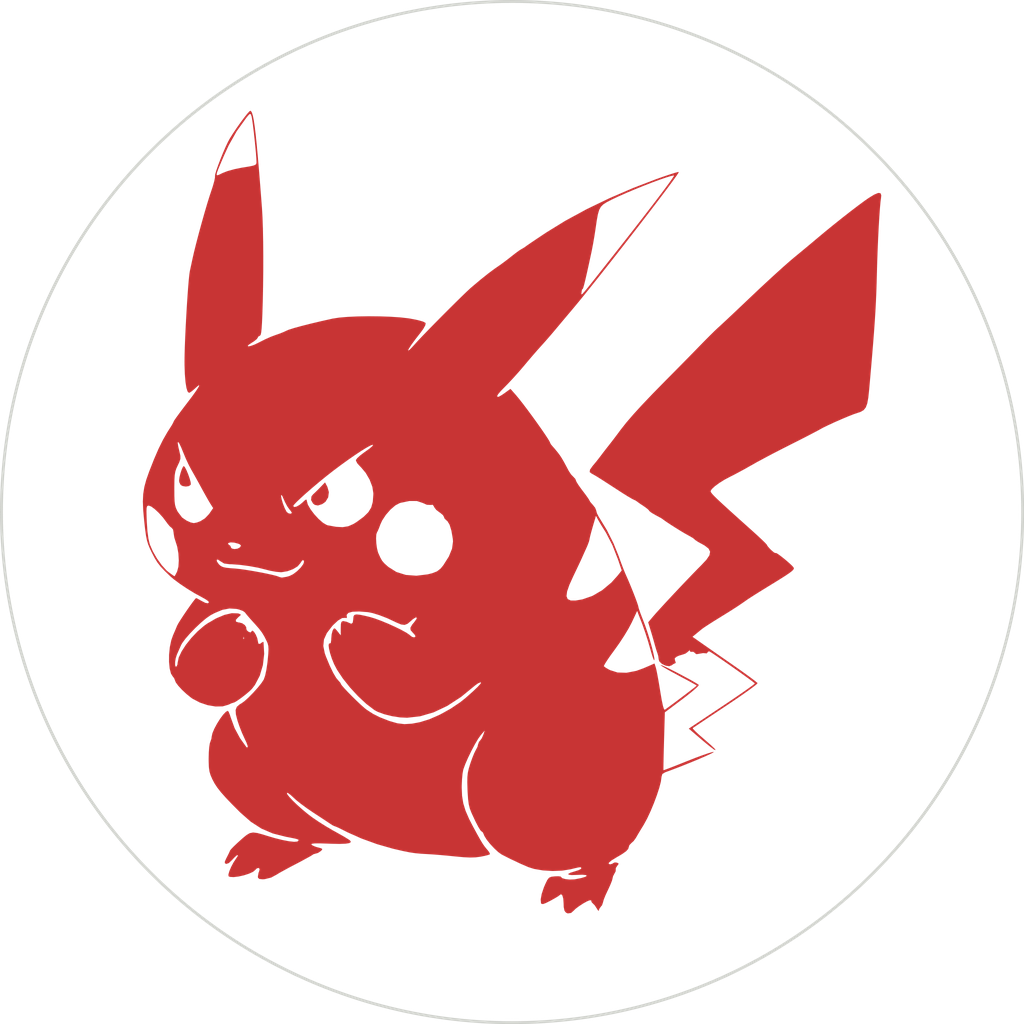
<source format=kicad_pcb>
(kicad_pcb (version 20211014) (generator pcbnew)
  (layers (0 "F.Cu" signal) (31 "B.Cu" signal) (34 "B.Paste" user) (35 "F.Paste" user) (36 "B.SilkS" user "B.Silkscreen") (37 "F.SilkS" user "F.Silkscreen") (38 "B.Mask" user) (39 "F.Mask" user) (44 "Edge.Cuts" user))
  (net 0 "")
  (footprint "logos:pikachu_inverted" (layer "F.Cu") (at 137.678019 96.578994)
    (fp_text reference "G***" hide)
    (fp_text value "LOGO" hide)
    (fp_poly (pts (xy -9.282372 -1.607833) (xy -9.22816 -1.50411) (xy -9.170126 -1.365038) (xy -9.11874 -1.218231) (xy -9.084473 -1.091303) (xy -9.077796 -1.011868) (xy -9.079141 -1.007355) (xy -9.141712 -0.957396) (xy -9.250817 -0.940671) (xy -9.364639 -0.958622) (xy -9.427579 -0.995342) (xy -9.474677 -1.087226) (xy -9.483206 -1.14793) (xy -9.469512 -1.259677) (xy -9.436295 -1.396002) (xy -9.393367 -1.526372) (xy -9.350542 -1.620254) (xy -9.32229 -1.648595)) (layer "F.Cu") (width 0) (fill solid))
    (fp_poly (pts (xy -6.989222 -13.901182) (xy -6.959453 -13.838908) (xy -6.930104 -13.734365) (xy -6.900513 -13.581984) (xy -6.87002 -13.376194) (xy -6.837964 -13.111428) (xy -6.803685 -12.782114) (xy -6.766523 -12.382685) (xy -6.725816 -11.907571) (xy -6.680905 -11.351202) (xy -6.631127 -10.70801) (xy -6.618398 -10.540296) (xy -6.600496 -10.22949) (xy -6.587194 -9.84194) (xy -6.578553 -9.39469) (xy -6.574633 -8.904786) (xy -6.575497 -8.389273) (xy -6.581206 -7.865197) (xy -6.59182 -7.349604) (xy -6.605378 -6.913401) (xy -6.617923 -6.61731) (xy -6.63135 -6.404103) (xy -6.646983 -6.262764) (xy -6.666148 -6.182277) (xy -6.690169 -6.151628) (xy -6.697121 -6.150462) (xy -6.755272 -6.11608) (xy -6.761175 -6.091774) (xy -6.798886 -6.035866) (xy -6.894445 -5.959396) (xy -6.960713 -5.917641) (xy -7.0754 -5.84227) (xy -7.113294 -5.797738) (xy -7.086082 -5.783449) (xy -7.005454 -5.79881) (xy -6.883097 -5.843225) (xy -6.730702 -5.916099) (xy -6.703648 -5.930725) (xy -6.507411 -6.029547) (xy -6.297509 -6.121417) (xy -6.150462 -6.175831) (xy -5.990326 -6.231857) (xy -5.855277 -6.287027) (xy -5.798336 -6.315735) (xy -5.697126 -6.358625) (xy -5.513609 -6.416693) (xy -5.257676 -6.487329) (xy -4.939222 -6.567921) (xy -4.568137 -6.655859) (xy -4.178558 -6.743239) (xy -3.95556 -6.777814) (xy -3.660392 -6.802884) (xy -3.314302 -6.818455) (xy -2.938537 -6.824532) (xy -2.554344 -6.821118) (xy -2.182973 -6.808221) (xy -1.845669 -6.785843) (xy -1.563681 -6.75399) (xy -1.49321 -6.742617) (xy -1.230005 -6.690299) (xy -1.057557 -6.642014) (xy -0.972851 -6.596858) (xy -0.964109 -6.583811) (xy -0.97802 -6.509454) (xy -1.046235 -6.386889) (xy -1.137627 -6.261235) (xy -1.328077 -6.016287) (xy -1.465466 -5.828229) (xy -1.546867 -5.701314) (xy -1.569354 -5.639797) (xy -1.56751 -5.636518) (xy -1.529256 -5.658861) (xy -1.447929 -5.73733) (xy -1.340235 -5.855636) (xy -1.326773 -5.871225) (xy -1.226257 -5.982241) (xy -1.071923 -6.145241) (xy -0.876461 -6.347466) (xy -0.652563 -6.576156) (xy -0.412919 -6.818552) (xy -0.17022 -7.061895) (xy 0.062843 -7.293426) (xy 0.273578 -7.500384) (xy 0.371644 -7.595051) (xy 4.415914 -7.595051) (xy 4.420251 -7.579225) (xy 4.437174 -7.584349) (xy 4.472162 -7.616698) (xy 4.530692 -7.68255) (xy 4.618242 -7.78818) (xy 4.74029 -7.939866) (xy 4.902314 -8.143884) (xy 5.10979 -8.406511) (xy 5.368198 -8.734022) (xy 5.478338 -8.873567) (xy 5.869988 -9.371023) (xy 6.230449 -9.831586) (xy 6.556554 -10.251085) (xy 6.845137 -10.62535) (xy 7.093029 -10.950212) (xy 7.297064 -11.221501) (xy 7.454074 -11.435047) (xy 7.560892 -11.586681) (xy 7.61435 -11.672233) (xy 7.618137 -11.690573) (xy 7.520318 -11.672451) (xy 7.352059 -11.622062) (xy 7.128686 -11.545369) (xy 6.865522 -11.448338) (xy 6.577893 -11.336931) (xy 6.281124 -11.217113) (xy 5.990539 -11.094847) (xy 5.721463 -10.976099) (xy 5.489222 -10.866832) (xy 5.444804 -10.844764) (xy 5.288471 -10.763611) (xy 5.173478 -10.690046) (xy 5.090921 -10.60745) (xy 5.031896 -10.499202) (xy 4.987497 -10.34868) (xy 4.94882 -10.139265) (xy 4.906961 -9.854337) (xy 4.904375 -9.836044) (xy 4.866301 -9.588975) (xy 4.820453 -9.323646) (xy 4.775821 -9.091682) (xy 4.769448 -9.061368) (xy 4.680911 -8.650285) (xy 4.609214 -8.325291) (xy 4.552906 -8.08037) (xy 4.510538 -7.909509) (xy 4.48066 -7.806694) (xy 4.461822 -7.765912) (xy 4.457065 -7.765608) (xy 4.43671 -7.743751) (xy 4.42309 -7.664445) (xy 4.418687 -7.62555) (xy 4.415914 -7.595051) (xy 0.371644 -7.595051) (xy 0.449296 -7.670011) (xy 0.577304 -7.789547) (xy 0.610351 -7.818798) (xy 0.925929 -8.084595) (xy 1.20497 -8.307558) (xy 1.434798 -8.47767) (xy 1.50201 -8.523361) (xy 1.648666 -8.625777) (xy 1.827821 -8.758981) (xy 1.994986 -8.889608) (xy 2.139294 -9.002515) (xy 2.261744 -9.092261) (xy 2.338946 -9.14181) (xy 2.345426 -9.144825) (xy 2.440288 -9.198467) (xy 2.486276 -9.232433) (xy 2.54848 -9.27744) (xy 2.674452 -9.363973) (xy 2.849444 -9.482059) (xy 3.058704 -9.621727) (xy 3.219834 -9.728417) (xy 3.867007 -10.126548) (xy 4.590194 -10.518952) (xy 5.371552 -10.89697) (xy 6.193242 -11.251942) (xy 6.989529 -11.557975) (xy 7.240849 -11.646884) (xy 7.460664 -11.721064) (xy 7.634247 -11.775836) (xy 7.746868 -11.806519) (xy 7.783564 -11.810274) (xy 7.762746 -11.767296) (xy 7.689162 -11.658194) (xy 7.56851 -11.490323) (xy 7.406488 -11.271039) (xy 7.208793 -11.007698) (xy 6.981122 -10.707655) (xy 6.729175 -10.378265) (xy 6.458649 -10.026884) (xy 6.175241 -9.660868) (xy 5.884649 -9.287571) (xy 5.592571 -8.91435) (xy 5.304705 -8.548559) (xy 5.026749 -8.197555) (xy 4.7644 -7.868693) (xy 4.523356 -7.569328) (xy 4.309315 -7.306815) (xy 4.127975 -7.088511) (xy 4.10311 -7.059044) (xy 3.929795 -6.853662) (xy 3.742258 -6.63061) (xy 3.571421 -6.426692) (xy 3.511411 -6.354792) (xy 3.354039 -6.169198) (xy 3.184799 -5.974716) (xy 3.036801 -5.809326) (xy 3.018435 -5.789325) (xy 2.891652 -5.647969) (xy 2.729819 -5.461936) (xy 2.557212 -5.259336) (xy 2.447912 -5.12867) (xy 2.270603 -4.921144) (xy 2.075849 -4.703296) (xy 1.892935 -4.507486) (xy 1.802348 -4.41532) (xy 1.63763 -4.247063) (xy 1.539956 -4.132724) (xy 1.504686 -4.065568) (xy 1.527183 -4.038859) (xy 1.542309 -4.037708) (xy 1.600519 -4.063242) (xy 1.704894 -4.128401) (xy 1.774464 -4.176973) (xy 1.966714 -4.316238) (xy 2.153911 -4.103572) (xy 2.261422 -3.974504) (xy 2.397466 -3.800863) (xy 2.552188 -3.596386) (xy 2.715734 -3.374811) (xy 2.878247 -3.149877) (xy 3.029875 -2.935322) (xy 3.160762 -2.744883) (xy 3.261055 -2.592299) (xy 3.320897 -2.491309) (xy 3.333457 -2.459178) (xy 3.362154 -2.401895) (xy 3.403635 -2.351443) (xy 3.478042 -2.266979) (xy 3.574482 -2.150858) (xy 3.597861 -2.121815) (xy 3.667146 -2.030439) (xy 3.733864 -1.929438) (xy 3.810425 -1.797981) (xy 3.90924 -1.615239) (xy 3.980915 -1.478928) (xy 4.058238 -1.361172) (xy 4.140033 -1.276728) (xy 4.208597 -1.203521) (xy 4.225508 -1.156083) (xy 4.252749 -1.093324) (xy 4.325088 -0.97935) (xy 4.42845 -0.835857) (xy 4.459839 -0.794882) (xy 4.568624 -0.650986) (xy 4.650672 -0.535339) (xy 4.692135 -0.467703) (xy 4.69459 -0.459897) (xy 4.725006 -0.407689) (xy 4.799027 -0.323012) (xy 4.812384 -0.309444) (xy 4.892222 -0.206738) (xy 4.929413 -0.113836) (xy 4.92976 -0.106933) (xy 4.955035 -0.015484) (xy 5.017936 0.106943) (xy 5.04023 0.141689) (xy 5.29549 0.56083) (xy 5.524615 1.016001) (xy 5.701061 1.45225) (xy 5.779827 1.671509) (xy 5.859897 1.882704) (xy 5.928821 2.053443) (xy 5.955204 2.113497) (xy 6.031421 2.285204) (xy 6.115864 2.486085) (xy 6.200586 2.695823) (xy 6.277641 2.894104) (xy 6.339083 3.060612) (xy 6.376965 3.175031) (xy 6.385213 3.212858) (xy 6.40189 3.278816) (xy 6.446515 3.408542) (xy 6.510981 3.579102) (xy 6.54497 3.664721) (xy 6.627713 3.884497) (xy 6.710679 4.129857) (xy 6.788419 4.381507) (xy 6.855483 4.62015) (xy 6.90642 4.826491) (xy 6.93578 4.981234) (xy 6.939231 5.060544) (xy 6.921919 5.052287) (xy 6.887089 4.96781) (xy 6.84013 4.821953) (xy 6.796557 4.667717) (xy 6.7206 4.405428) (xy 6.628528 4.117532) (xy 6.53647 3.853724) (xy 6.507 3.775665) (xy 6.344492 3.356932) (xy 6.152643 3.76492) (xy 6.047579 3.963883) (xy 5.902545 4.205666) (xy 5.736527 4.460007) (xy 5.568516 4.696645) (xy 5.565297 4.700948) (xy 5.424648 4.893505) (xy 5.309535 5.060301) (xy 5.229479 5.186806) (xy 5.194001 5.258491) (xy 5.193816 5.267845) (xy 5.247477 5.311582) (xy 5.353577 5.375087) (xy 5.400576 5.399932) (xy 5.666993 5.484814) (xy 5.976176 5.493866) (xy 6.31643 5.427752) (xy 6.575536 5.33335) (xy 6.944311 5.17354) (xy 6.99054 5.321613) (xy 7.014564 5.421356) (xy 7.048428 5.592343) (xy 7.088123 5.812943) (xy 7.129641 6.061528) (xy 7.141571 6.136533) (xy 7.191864 6.432898) (xy 7.235175 6.637837) (xy 7.27132 6.750594) (xy 7.297031 6.772981) (xy 7.360175 6.729641) (xy 7.475685 6.645639) (xy 7.627533 6.533087) (xy 7.799689 6.404095) (xy 7.976122 6.270776) (xy 8.140804 6.145241) (xy 8.277704 6.0396) (xy 8.370792 5.965966) (xy 8.404067 5.93656) (xy 8.364839 5.910797) (xy 8.256647 5.849346) (xy 8.093723 5.760055) (xy 7.8903 5.650771) (xy 7.76716 5.585434) (xy 7.549592 5.468283) (xy 7.367072 5.365782) (xy 7.233203 5.285914) (xy 7.161587 5.236663) (xy 7.153728 5.225447) (xy 7.200626 5.238038) (xy 7.312313 5.287319) (xy 7.471549 5.364277) (xy 7.661096 5.459898) (xy 7.863715 5.565169) (xy 8.062166 5.671076) (xy 8.239211 5.768606) (xy 8.377612 5.848746) (xy 8.460128 5.902483) (xy 8.47476 5.916147) (xy 8.448156 5.957172) (xy 8.357709 6.043158) (xy 8.215457 6.163752) (xy 8.033436 6.308598) (xy 7.900876 6.409814) (xy 7.300739 6.861003) (xy 7.272473 7.855548) (xy 7.264475 8.150498) (xy 7.258126 8.411751) (xy 7.253703 8.62545) (xy 7.251481 8.777741) (xy 7.251736 8.85477) (xy 7.252441 8.861361) (xy 7.296363 8.848239) (xy 7.413661 8.804978) (xy 7.590731 8.736819) (xy 7.813967 8.649) (xy 8.069765 8.546761) (xy 8.078859 8.543099) (xy 8.342369 8.439622) (xy 8.580852 8.350949) (xy 8.778836 8.282438) (xy 8.920852 8.239445) (xy 8.990943 8.227253) (xy 8.974561 8.246809) (xy 8.883681 8.294421) (xy 8.731492 8.364549) (xy 8.531181 8.451653) (xy 8.295934 8.55019) (xy 8.038938 8.654622) (xy 7.773381 8.759407) (xy 7.512451 8.859005) (xy 7.312477 8.932456) (xy 7.213452 8.993461) (xy 7.183506 9.096709) (xy 7.183364 9.107898) (xy 7.163113 9.258503) (xy 7.107627 9.47146) (xy 7.024804 9.725717) (xy 6.922546 10.00022) (xy 6.808752 10.273916) (xy 6.691321 10.525752) (xy 6.578154 10.734673) (xy 6.564644 10.756816) (xy 6.460541 10.926769) (xy 6.368972 11.079925) (xy 6.306954 11.187742) (xy 6.299666 11.201217) (xy 6.219975 11.310896) (xy 6.147078 11.374932) (xy 6.074662 11.450426) (xy 6.056562 11.50679) (xy 6.035186 11.58011) (xy 5.963097 11.659824) (xy 5.828356 11.756122) (xy 5.622274 11.877376) (xy 5.455288 11.979779) (xy 5.367065 12.055293) (xy 5.36039 12.100671) (xy 5.419965 12.113124) (xy 5.49803 12.087358) (xy 5.513912 12.070582) (xy 5.574548 12.046542) (xy 5.635935 12.053073) (xy 5.701181 12.078398) (xy 5.691108 12.120581) (xy 5.654764 12.163082) (xy 5.605408 12.243567) (xy 5.604433 12.291049) (xy 5.60007 12.35736) (xy 5.563575 12.42312) (xy 5.508734 12.528784) (xy 5.494654 12.595665) (xy 5.47393 12.675953) (xy 5.420444 12.812596) (xy 5.34491 12.978718) (xy 5.328835 13.011628) (xy 5.25051 13.180216) (xy 5.192464 13.3244) (xy 5.165304 13.417363) (xy 5.16451 13.427128) (xy 5.130622 13.526129) (xy 5.094085 13.568577) (xy 5.033965 13.654854) (xy 5.023371 13.703438) (xy 5.006039 13.720622) (xy 4.96231 13.662252) (xy 4.949652 13.639026) (xy 4.879264 13.530248) (xy 4.810295 13.461353) (xy 4.808104 13.460077) (xy 4.762167 13.406899) (xy 4.765701 13.380345) (xy 4.749659 13.354584) (xy 4.697152 13.356889) (xy 4.606582 13.393701) (xy 4.476205 13.467499) (xy 4.336865 13.558208) (xy 4.219411 13.645757) (xy 4.154864 13.709782) (xy 4.060912 13.79323) (xy 3.945925 13.808767) (xy 3.884453 13.782141) (xy 3.832474 13.713215) (xy 3.807462 13.589996) (xy 3.802957 13.460534) (xy 3.790953 13.2945) (xy 3.759074 13.184793) (xy 3.713523 13.144563) (xy 3.668387 13.175224) (xy 3.614178 13.21638) (xy 3.500377 13.285391) (xy 3.351144 13.367647) (xy 3.344353 13.37123) (xy 3.187631 13.450139) (xy 3.093372 13.48557) (xy 3.043393 13.482144) (xy 3.022489 13.453039) (xy 3.011442 13.325172) (xy 3.045404 13.138797) (xy 3.119609 12.91503) (xy 3.171479 12.793167) (xy 3.239557 12.65319) (xy 3.297881 12.577253) (xy 3.373778 12.543126) (xy 3.494575 12.528582) (xy 3.496966 12.528392) (xy 3.622982 12.524467) (xy 3.698962 12.533866) (xy 3.709057 12.542481) (xy 3.751335 12.589282) (xy 3.860236 12.623011) (xy 4.008864 12.639035) (xy 4.170323 12.632718) (xy 4.204752 12.627893) (xy 4.42018 12.585499) (xy 4.554119 12.543963) (xy 4.604659 12.507989) (xy 4.569891 12.482283) (xy 4.447902 12.47155) (xy 4.26548 12.478326) (xy 4.078259 12.484038) (xy 3.977792 12.470564) (xy 3.965852 12.441366) (xy 4.044212 12.399902) (xy 4.201235 12.352973) (xy 4.326504 12.312434) (xy 4.402635 12.270451) (xy 4.413309 12.253298) (xy 4.408671 12.223561) (xy 4.382441 12.211596) (xy 4.316146 12.218888) (xy 4.191311 12.246918) (xy 4.047145 12.282697) (xy 3.753539 12.330639) (xy 3.422158 12.34343) (xy 3.086594 12.32278) (xy 2.780439 12.270402) (xy 2.582255 12.208044) (xy 2.287176 12.07929) (xy 1.962394 11.925894) (xy 1.664725 11.775023) (xy 1.5462 11.69101) (xy 1.405576 11.560954) (xy 1.264264 11.408633) (xy 1.143674 11.257831) (xy 1.065218 11.132327) (xy 1.049742 11.09196) (xy 1.013446 11.00978) (xy 0.981816 10.986322) (xy 0.933876 10.943911) (xy 0.857699 10.822687) (xy 0.758275 10.631661) (xy 0.640592 10.379845) (xy 0.617971 10.329021) (xy 0.563472 10.188118) (xy 0.526367 10.040511) (xy 0.502183 9.85982) (xy 0.486447 9.619664) (xy 0.482657 9.530869) (xy 0.475268 9.28307) (xy 0.477992 9.099084) (xy 0.494087 8.949074) (xy 0.526809 8.803203) (xy 0.579415 8.631634) (xy 0.581527 8.625192) (xy 0.647102 8.439388) (xy 0.712316 8.277752) (xy 0.764994 8.17) (xy 0.773336 8.156982) (xy 0.828397 8.050364) (xy 0.845102 7.976818) (xy 0.87876 7.881479) (xy 0.911884 7.843689) (xy 0.972986 7.761606) (xy 1.027403 7.640808) (xy 1.028205 7.638402) (xy 1.077743 7.48854) (xy 0.939179 7.649616) (xy 0.847718 7.778263) (xy 0.735466 7.968584) (xy 0.615491 8.194669) (xy 0.500864 8.430609) (xy 0.40465 8.650495) (xy 0.33992 8.828417) (xy 0.333677 8.850093) (xy 0.309948 8.984576) (xy 0.291937 9.177701) (xy 0.282621 9.394247) (xy 0.281962 9.462071) (xy 0.294086 9.746683) (xy 0.335946 10.00505) (xy 0.415207 10.263726) (xy 0.539535 10.549262) (xy 0.667777 10.798521) (xy 0.808289 11.057447) (xy 0.915512 11.24857) (xy 0.999111 11.387591) (xy 1.068749 11.490206) (xy 1.134091 11.572114) (xy 1.166065 11.607921) (xy 1.235193 11.698152) (xy 1.257491 11.759606) (xy 1.254041 11.766785) (xy 1.195088 11.79029) (xy 1.071647 11.821391) (xy 0.931324 11.849437) (xy 0.762288 11.871543) (xy 0.575236 11.877349) (xy 0.345363 11.866563) (xy 0.049461 11.839064) (xy -0.217754 11.812397) (xy -0.490585 11.788207) (xy -0.734289 11.769416) (xy -0.892052 11.759896) (xy -1.125665 11.746491) (xy -1.326077 11.727434) (xy -1.522041 11.698194) (xy -1.742306 11.654239) (xy -2.015625 11.591038) (xy -2.112754 11.567528) (xy -2.642252 11.416052) (xy -3.17643 11.22225) (xy -3.670495 11.002708) (xy -3.759059 10.957943) (xy -3.912975 10.880563) (xy -4.033908 10.823896) (xy -4.098373 10.798879) (xy -4.101348 10.798521) (xy -4.159977 10.774201) (xy -4.255876 10.715196) (xy -4.262622 10.710565) (xy -4.352443 10.650043) (xy -4.499741 10.552494) (xy -4.683202 10.431975) (xy -4.859335 10.316977) (xy -5.068455 10.174498) (xy -5.269529 10.026429) (xy -5.436724 9.892383) (xy -5.527657 9.809516) (xy -5.637241 9.708357) (xy -5.722274 9.648262) (xy -5.759723 9.64093) (xy -5.747331 9.690251) (xy -5.674394 9.78543) (xy -5.553885 9.913915) (xy -5.398781 10.063156) (xy -5.222056 10.220598) (xy -5.036687 10.373692) (xy -4.877795 10.494072) (xy -4.667498 10.63696) (xy -4.416115 10.795193) (xy -4.166542 10.942116) (xy -4.077645 10.991306) (xy -3.889079 11.095772) (xy -3.727417 11.190083) (xy -3.613383 11.26188) (xy -3.572617 11.292487) (xy -3.54864 11.343) (xy -3.59961 11.37855) (xy -3.729741 11.399701) (xy -3.943251 11.407018) (xy -4.244354 11.401066) (xy -4.351093 11.396834) (xy -4.613735 11.388247) (xy -4.790574 11.38934) (xy -4.889246 11.400482) (xy -4.917384 11.42204) (xy -4.916871 11.424064) (xy -4.864247 11.466275) (xy -4.752522 11.510525) (xy -4.698886 11.525304) (xy -4.577527 11.557704) (xy -4.534144 11.585337) (xy -4.555155 11.624285) (xy -4.588651 11.655824) (xy -4.683042 11.718615) (xy -4.748004 11.737523) (xy -4.840196 11.763475) (xy -4.861682 11.778765) (xy -4.918034 11.814753) (xy -5.041043 11.884351) (xy -5.213837 11.978271) (xy -5.419543 12.087227) (xy -5.469686 12.113411) (xy -5.683473 12.226081) (xy -5.871036 12.327417) (xy -6.014505 12.407586) (xy -6.09601 12.456754) (xy -6.103512 12.462166) (xy -6.300341 12.57001) (xy -6.528824 12.625814) (xy -6.598697 12.629575) (xy -6.710576 12.619076) (xy -6.755439 12.577399) (xy -6.760813 12.532588) (xy -6.738218 12.407021) (xy -6.714723 12.349481) (xy -6.699931 12.269157) (xy -6.741328 12.23503) (xy -6.807774 12.258786) (xy -6.843874 12.301015) (xy -6.925715 12.369939) (xy -7.068568 12.43598) (xy -7.246355 12.492886) (xy -7.432997 12.534403) (xy -7.602415 12.55428) (xy -7.728533 12.546262) (xy -7.774048 12.524042) (xy -7.778393 12.461174) (xy -7.74427 12.343965) (xy -7.682384 12.198071) (xy -7.603437 12.04915) (xy -7.52918 11.937061) (xy -7.460403 11.833127) (xy -7.45207 11.78986) (xy -7.494243 11.805773) (xy -7.576983 11.879375) (xy -7.645255 11.954449) (xy -7.763802 12.068249) (xy -7.852708 12.099224) (xy -7.863932 12.096226) (xy -7.902952 12.068677) (xy -7.901134 12.015032) (xy -7.855224 11.911618) (xy -7.832476 11.867562) (xy -7.770639 11.745387) (xy -7.731833 11.660961) (xy -7.725412 11.641777) (xy -7.690557 11.593506) (xy -7.599325 11.498804) (xy -7.466649 11.372336) (xy -7.307459 11.228764) (xy -7.283357 11.207654) (xy -7.151257 11.0992) (xy -7.040203 11.03516) (xy -6.925732 11.012847) (xy -6.78338 11.029573) (xy -6.588684 11.082652) (xy -6.474108 11.118761) (xy -6.18442 11.204795) (xy -5.917466 11.271287) (xy -5.688162 11.315564) (xy -5.511425 11.334951) (xy -5.402169 11.326775) (xy -5.380333 11.314825) (xy -5.355271 11.28529) (xy -5.358858 11.262464) (xy -5.405311 11.241077) (xy -5.508851 11.215858) (xy -5.683696 11.181537) (xy -5.797424 11.160226) (xy -6.24345 11.046893) (xy -6.638868 10.877578) (xy -7.006278 10.640215) (xy -7.368281 10.322735) (xy -7.371165 10.319891) (xy -7.649034 10.041839) (xy -7.86668 9.814446) (xy -8.034004 9.625922) (xy -8.160907 9.464478) (xy -8.257291 9.318324) (xy -8.333058 9.175672) (xy -8.334199 9.173265) (xy -8.396077 9.030506) (xy -8.434189 8.900998) (xy -8.45401 8.753573) (xy -8.461013 8.557064) (xy -8.461446 8.448712) (xy -8.456045 8.24098) (xy -8.441905 8.060459) (xy -8.42153 7.933501) (xy -8.409069 7.896963) (xy -8.36645 7.775926) (xy -8.357116 7.703576) (xy -8.332455 7.586149) (xy -8.267247 7.430013) (xy -8.174662 7.256294) (xy -8.067866 7.086118) (xy -7.960027 6.94061) (xy -7.864313 6.840897) (xy -7.798764 6.807764) (xy -7.768679 6.848611) (xy -7.726742 6.952856) (xy -7.701913 7.030777) (xy -7.565965 7.405253) (xy -7.380483 7.750876) (xy -7.151828 8.071504) (xy -7.112117 8.066649) (xy -7.109865 8.064517) (xy -7.115848 8.012463) (xy -7.157254 7.901949) (xy -7.222826 7.761599) (xy -7.311658 7.565475) (xy -7.402152 7.333818) (xy -7.464166 7.149979) (xy -7.52009 6.93292) (xy -7.529635 6.779987) (xy -7.488487 6.671355) (xy -7.392331 6.587198) (xy -7.33456 6.554411) (xy -7.226393 6.477093) (xy -7.082309 6.346513) (xy -6.922825 6.18446) (xy -6.768455 6.012722) (xy -6.639716 5.853089) (xy -6.558758 5.730464) (xy -6.511579 5.598398) (xy -6.467285 5.394763) (xy -6.430489 5.141873) (xy -6.423063 5.074156) (xy -6.401451 4.843559) (xy -6.393403 4.683086) (xy -6.399865 4.569816) (xy -6.400089 4.568906) (xy -4.50037 4.568906) (xy -4.449462 4.820623) (xy -4.408736 4.935237) (xy -4.279742 5.245599) (xy -4.15861 5.496819) (xy -4.051045 5.677993) (xy -3.97112 5.771677) (xy -3.91002 5.84008) (xy -3.896858 5.874143) (xy -3.864869 5.925278) (xy -3.779055 6.024763) (xy -3.654646 6.157321) (xy -3.506874 6.307672) (xy -3.350967 6.460538) (xy -3.202156 6.600641) (xy -3.075672 6.712702) (xy -3.004806 6.769022) (xy -2.783558 6.91244) (xy -2.538988 7.034769) (xy -2.237723 7.152508) (xy -2.20794 7.163005) (xy -1.943699 7.239201) (xy -1.698564 7.268709) (xy -1.437125 7.25281) (xy -1.159545 7.200946) (xy -0.830045 7.098662) (xy -0.469056 6.939358) (xy -0.10512 6.738218) (xy 0.233219 6.510428) (xy 0.419399 6.360928) (xy 0.663457 6.144475) (xy 0.833031 5.983885) (xy 0.928681 5.87858) (xy 0.950965 5.82798) (xy 0.938522 5.8229) (xy 0.856652 5.851652) (xy 0.755294 5.922795) (xy 0.750044 5.927449) (xy 0.259575 6.328785) (xy -0.218997 6.639577) (xy -0.689818 6.861804) (xy -1.157034 6.99744) (xy -1.59997 7.047852) (xy -1.850058 7.036342) (xy -2.124691 6.993518) (xy -2.391742 6.926911) (xy -2.619083 6.844047) (xy -2.73524 6.781831) (xy -3.012163 6.570865) (xy -3.299027 6.304064) (xy -3.57651 6.003444) (xy -3.825293 5.691025) (xy -4.026055 5.388824) (xy -4.12784 5.194778) (xy -4.204753 5.005303) (xy -4.264169 4.822131) (xy -4.302595 4.662423) (xy -4.316544 4.543338) (xy -4.302523 4.482036) (xy -4.272458 4.483734) (xy -4.241772 4.462444) (xy -4.226465 4.362845) (xy -4.225508 4.319093) (xy -4.212601 4.169161) (xy -4.180696 4.044264) (xy -4.172024 4.025498) (xy -4.133928 3.964282) (xy -4.097754 3.9627) (xy -4.03773 4.026768) (xy -4.007931 4.063797) (xy -3.897324 4.202033) (xy -3.897091 3.955546) (xy -3.892506 3.810546) (xy -3.873288 3.736561) (xy -3.830711 3.710893) (xy -3.80232 3.709058) (xy -3.684596 3.733884) (xy -3.616655 3.765968) (xy -3.53097 3.800892) (xy -3.483793 3.764059) (xy -3.465133 3.645907) (xy -3.464159 3.619979) (xy -3.455121 3.541365) (xy -3.42356 3.494408) (xy -3.354705 3.477701) (xy -3.23379 3.489837) (xy -3.046045 3.529406) (xy -2.895149 3.565737) (xy -2.71693 3.61936) (xy -2.499741 3.699477) (xy -2.263495 3.796993) (xy -2.028103 3.902811) (xy -1.813478 4.007833) (xy -1.639532 4.102963) (xy -1.526177 4.179104) (xy -1.502425 4.202007) (xy -1.428871 4.2568) (xy -1.354007 4.271358) (xy -1.31509 4.239574) (xy -1.314603 4.232785) (xy -1.345996 4.174832) (xy -1.408503 4.108133) (xy -1.481944 4.022852) (xy -1.491302 3.940096) (xy -1.433543 3.835863) (xy -1.363314 3.750632) (xy -1.282345 3.64008) (xy -1.270741 3.583563) (xy -1.318161 3.58548) (xy -1.414265 3.650227) (xy -1.473493 3.703789) (xy -1.587433 3.79968) (xy -1.69103 3.839857) (xy -1.811128 3.825439) (xy -1.974568 3.757544) (xy -2.035511 3.727196) (xy -2.297998 3.605565) (xy -2.563169 3.503) (xy -2.801655 3.429942) (xy -2.957856 3.399245) (xy -3.264686 3.375813) (xy -3.49145 3.384423) (xy -3.635713 3.424544) (xy -3.695038 3.495649) (xy -3.687186 3.557482) (xy -3.688142 3.60435) (xy -3.738615 3.595845) (xy -3.847989 3.602483) (xy -3.991593 3.687569) (xy -4.1611 3.845853) (xy -4.195911 3.884179) (xy -4.377857 4.121731) (xy -4.477922 4.342958) (xy -4.50037 4.568906) (xy -6.400089 4.568906) (xy -6.421782 4.480823) (xy -6.450312 4.413309) (xy -6.536563 4.241364) (xy -6.619796 4.103691) (xy -6.721596 3.969404) (xy -6.863552 3.80762) (xy -6.90625 3.76099) (xy -7.032745 3.620471) (xy -7.137406 3.498694) (xy -7.200892 3.418289) (xy -7.206839 3.409336) (xy -7.27738 3.358096) (xy -7.406908 3.309724) (xy -7.501521 3.287441) (xy -7.742649 3.272065) (xy -7.990922 3.319816) (xy -8.266497 3.435652) (xy -8.39996 3.508524) (xy -8.550516 3.613216) (xy -8.730897 3.765328) (xy -8.922417 3.945932) (xy -9.106386 4.136096) (xy -9.264117 4.316891) (xy -9.376922 4.469386) (xy -9.413367 4.535058) (xy -9.483598 4.693334) (xy -9.550615 4.845244) (xy -9.559914 4.86643) (xy -9.59959 4.988674) (xy -9.62069 5.116183) (xy -9.622079 5.222626) (xy -9.602622 5.281668) (xy -9.577819 5.281886) (xy -9.541633 5.217246) (xy -9.530869 5.136926) (xy -9.495028 4.965964) (xy -9.396065 4.756733) (xy -9.246818 4.526162) (xy -9.063901 4.295934) (xy -7.277264 4.295934) (xy -7.253789 4.319409) (xy -7.230314 4.295934) (xy -7.253789 4.272459) (xy -7.277264 4.295934) (xy -9.063901 4.295934) (xy -9.060126 4.291183) (xy -8.848828 4.068725) (xy -8.625763 3.87572) (xy -8.513542 3.795363) (xy -8.207005 3.616585) (xy -7.919124 3.495203) (xy -7.663322 3.435437) (xy -7.453021 3.441509) (xy -7.418004 3.450867) (xy -7.356428 3.47582) (xy -7.360595 3.50786) (xy -7.43487 3.571307) (xy -7.440392 3.575653) (xy -7.522333 3.664384) (xy -7.518502 3.727299) (xy -7.430557 3.755355) (xy -7.407303 3.756008) (xy -7.301114 3.783473) (xy -7.208928 3.848729) (xy -7.161452 3.926062) (xy -7.163611 3.960053) (xy -7.145167 4.023581) (xy -7.09002 4.073415) (xy -7.016554 4.103187) (xy -6.995564 4.085056) (xy -6.960958 4.039137) (xy -6.949819 4.037708) (xy -6.895797 4.077462) (xy -6.8349 4.174177) (xy -6.784253 4.294034) (xy -6.76098 4.403211) (xy -6.760813 4.410977) (xy -6.74014 4.494373) (xy -6.681093 4.492853) (xy -6.629353 4.450869) (xy -6.579098 4.423994) (xy -6.566327 4.439131) (xy -6.542989 4.838506) (xy -6.588142 5.231463) (xy -6.696607 5.597218) (xy -6.863208 5.914987) (xy -6.96775 6.050583) (xy -7.056425 6.137032) (xy -7.182406 6.243346) (xy -7.322929 6.352368) (xy -7.455234 6.44694) (xy -7.556556 6.509904) (xy -7.598544 6.526063) (xy -7.667459 6.546126) (xy -7.773454 6.594559) (xy -7.776611 6.596199) (xy -7.976397 6.654696) (xy -8.224937 6.658673) (xy -8.497965 6.612645) (xy -8.771217 6.521128) (xy -9.020428 6.38864) (xy -9.067611 6.355908) (xy -9.228516 6.226822) (xy -9.381733 6.083498) (xy -9.510176 5.944303) (xy -9.596758 5.827603) (xy -9.624769 5.757) (xy -9.657849 5.673749) (xy -9.691069 5.637435) (xy -9.761837 5.526937) (xy -9.808495 5.34733) (xy -9.831005 5.120268) (xy -9.829328 4.867403) (xy -9.803424 4.610391) (xy -9.753255 4.370884) (xy -9.693666 4.202033) (xy -9.625873 4.046205) (xy -9.564835 3.898963) (xy -9.554726 3.873383) (xy -9.51302 3.794233) (xy -9.434342 3.666661) (xy -9.331302 3.508999) (xy -9.21651 3.33958) (xy -9.102578 3.176737) (xy -9.002116 3.038803) (xy -8.927733 2.944112) (xy -8.892678 2.910906) (xy -8.845746 2.932926) (xy -8.750418 2.987546) (xy -8.722114 3.004631) (xy -8.576136 3.079003) (xy -8.482718 3.094721) (xy -8.451017 3.052547) (xy -8.489677 3.008319) (xy -8.589845 2.941079) (xy -8.697505 2.88215) (xy -8.761831 2.84703) (xy 3.902817 2.84703) (xy 3.943942 2.94892) (xy 4.048387 2.997209) (xy 4.218542 2.997742) (xy 4.4568 2.956368) (xy 4.460259 2.955601) (xy 4.800135 2.837372) (xy 5.137603 2.640058) (xy 5.453056 2.376888) (xy 5.663999 2.143503) (xy 5.811363 1.958608) (xy 5.682585 1.577918) (xy 5.489187 1.083357) (xy 5.268129 0.656376) (xy 5.200772 0.548916) (xy 5.105248 0.396614) (xy 5.014653 0.24216) (xy 5.006991 0.228372) (xy 4.919896 0.070425) (xy 4.809277 0.446026) (xy 4.757811 0.627547) (xy 4.718606 0.77866) (xy 4.698266 0.873479) (xy 4.696833 0.886909) (xy 4.677203 0.965476) (xy 4.629271 1.092401) (xy 4.596047 1.16861) (xy 4.523452 1.328667) (xy 4.456402 1.478577) (xy 4.435571 1.525878) (xy 4.390531 1.624605) (xy 4.315537 1.784384) (xy 4.221652 1.981796) (xy 4.135457 2.161276) (xy 4.000966 2.459055) (xy 3.922622 2.68569) (xy 3.902817 2.84703) (xy -8.761831 2.84703) (xy -8.946825 2.74603) (xy -9.211074 2.584329) (xy -9.463047 2.415041) (xy -9.675538 2.256161) (xy -9.781607 2.165116) (xy -9.977706 1.977079) (xy -10.120986 1.8252) (xy -10.230431 1.685126) (xy -10.32502 1.532499) (xy -10.423737 1.342964) (xy -10.426157 1.338078) (xy -10.499932 1.183579) (xy -10.554234 1.049858) (xy -10.594572 0.914196) (xy -10.626455 0.753871) (xy -10.655391 0.546164) (xy -10.686889 0.268356) (xy -10.687982 0.258226) (xy -10.719234 -0.079243) (xy -10.610819 -0.079243) (xy -10.606342 0.100217) (xy -10.599709 0.269963) (xy -10.578219 0.591125) (xy -10.543444 0.857557) (xy -10.497895 1.050248) (xy -10.495806 1.056377) (xy -10.390744 1.297858) (xy -10.246154 1.547915) (xy -10.081311 1.778051) (xy -9.91549 1.959774) (xy -9.844763 2.018842) (xy -9.733467 2.099104) (xy -9.658585 2.150116) (xy -9.641197 2.159704) (xy -9.615629 2.12184) (xy -9.566704 2.027498) (xy -9.54989 1.992625) (xy -9.506615 1.830191) (xy -9.492983 1.611522) (xy -9.49425 1.590212) (xy -8.184977 1.590212) (xy -8.175045 1.652534) (xy -8.107151 1.747279) (xy -8.045549 1.803122) (xy -7.970185 1.840346) (xy -7.858625 1.864832) (xy -7.688437 1.882464) (xy -7.556368 1.891718) (xy -7.389266 1.908332) (xy -7.176681 1.937927) (xy -6.937796 1.976828) (xy -6.691797 2.021361) (xy -6.457866 2.06785) (xy -6.255189 2.11262) (xy -6.102949 2.151996) (xy -6.020331 2.182303) (xy -6.013524 2.187268) (xy -5.931753 2.205544) (xy -5.771393 2.178832) (xy -5.671036 2.151184) (xy -5.543252 2.088225) (xy -5.405115 1.983441) (xy -5.280291 1.859861) (xy -5.192443 1.740514) (xy -5.16451 1.658278) (xy -5.184888 1.6004) (xy -5.233119 1.616314) (xy -5.289848 1.698641) (xy -5.294085 1.70768) (xy -5.385795 1.815378) (xy -5.542354 1.911834) (xy -5.734734 1.983734) (xy -5.933906 2.017764) (xy -5.97254 2.018854) (xy -6.136515 2.004561) (xy -6.337989 1.967595) (xy -6.485905 1.929476) (xy -6.748534 1.864276) (xy -7.059063 1.807541) (xy -7.376408 1.765394) (xy -7.659483 1.743957) (xy -7.74069 1.742475) (xy -7.923791 1.718966) (xy -8.05265 1.642587) (xy -8.141309 1.581385) (xy -8.184977 1.590212) (xy -9.49425 1.590212) (xy -9.507407 1.368939) (xy -9.548302 1.134763) (xy -9.58081 1.032902) (xy -7.793715 1.032902) (xy -7.757988 1.078488) (xy -7.746765 1.079852) (xy -7.705112 1.11788) (xy -7.699815 1.150277) (xy -7.661797 1.201808) (xy -7.571763 1.220617) (xy -7.465742 1.206619) (xy -7.379766 1.159728) (xy -7.37181 1.151056) (xy -7.345051 1.095454) (xy -7.390669 1.054188) (xy -7.439543 1.03368) (xy -7.576111 0.996847) (xy -7.698821 0.988132) (xy -7.778579 1.007599) (xy -7.793715 1.032902) (xy -9.58081 1.032902) (xy -9.599936 0.97297) (xy -9.63764 0.853304) (xy -2.677047 0.853304) (xy -2.668656 1.02086) (xy -2.646446 1.189069) (xy -2.612258 1.327521) (xy -2.601823 1.354457) (xy -2.529612 1.515076) (xy -2.469072 1.621986) (xy -2.39611 1.708304) (xy -2.28663 1.807142) (xy -2.249382 1.838831) (xy -1.97371 2.012323) (xy -1.647705 2.113644) (xy -1.283037 2.141139) (xy -0.891379 2.093155) (xy -0.733888 2.053639) (xy -0.569148 1.989542) (xy -0.444158 1.890796) (xy -0.352889 1.778099) (xy -0.162268 1.477444) (xy -0.05199 1.208025) (xy -0.018275 0.95936) (xy -0.024694 0.868577) (xy -0.0737 0.584284) (xy -0.137077 0.376903) (xy -0.212432 0.253426) (xy -0.243012 0.230329) (xy -0.313515 0.162057) (xy -0.328651 0.11414) (xy -0.365946 0.047022) (xy -0.458493 -0.031612) (xy -0.487935 -0.050197) (xy -0.598039 -0.135051) (xy -0.666651 -0.224635) (xy -0.672441 -0.240623) (xy -0.7147 -0.310196) (xy -0.796481 -0.305706) (xy -0.921541 -0.310489) (xy -1.06243 -0.372951) (xy -1.264988 -0.4405) (xy -1.525965 -0.441789) (xy -1.837265 -0.376837) (xy -1.856804 -0.371005) (xy -2.0111 -0.28921) (xy -2.179095 -0.144975) (xy -2.338622 0.037359) (xy -2.467517 0.233453) (xy -2.527521 0.365516) (xy -2.58065 0.506697) (xy -2.625538 0.60925) (xy -2.645 0.641796) (xy -2.669776 0.716813) (xy -2.677047 0.853304) (xy -9.63764 0.853304) (xy -9.648269 0.819571) (xy -9.671384 0.672038) (xy -9.671719 0.657336) (xy -9.691602 0.546143) (xy -9.738237 0.487979) (xy -9.803956 0.435114) (xy -9.889094 0.333124) (xy -9.919307 0.289914) (xy -10.041299 0.127372) (xy -10.182446 -0.02875) (xy -10.323889 -0.160746) (xy -10.446771 -0.250909) (xy -10.528131 -0.2817) (xy -10.567976 -0.276916) (xy -10.593678 -0.252071) (xy -10.607278 -0.191426) (xy -10.610819 -0.079243) (xy -10.719234 -0.079243) (xy -10.722461 -0.114088) (xy -10.734948 -0.419205) (xy -10.723 -0.681772) (xy -10.694911 -0.858764) (xy -9.648244 -0.858764) (xy -9.64661 -0.610479) (xy -9.639507 -0.433798) (xy -9.623633 -0.306451) (xy -9.595685 -0.206167) (xy -9.552362 -0.110675) (xy -9.531538 -0.071666) (xy -9.380609 0.128741) (xy -9.226363 0.235283) (xy -9.081797 0.301002) (xy -8.976321 0.322765) (xy -8.86705 0.302414) (xy -8.745405 0.25595) (xy -8.589011 0.157269) (xy -8.448531 0.009998) (xy -8.437106 -0.005955) (xy -8.30582 -0.195158) (xy -8.400301 -0.344067) (xy -8.464874 -0.452013) (xy -8.557736 -0.614891) (xy -8.562256 -0.623039) (xy -5.960102 -0.623039) (xy -5.942688 -0.509048) (xy -5.896102 -0.352454) (xy -5.83463 -0.193892) (xy -5.772558 -0.073996) (xy -5.761681 -0.058687) (xy -5.696758 -0.012741) (xy -5.624275 -0.000641) (xy -5.587219 -0.028911) (xy -5.587061 -0.032186) (xy -5.615871 -0.086562) (xy -5.677509 -0.161299) (xy -5.74767 -0.261346) (xy -5.752238 -0.269963) (xy -5.5399 -0.269963) (xy -5.508329 -0.231946) (xy -5.427506 -0.24699) (xy -5.319468 -0.307045) (xy -5.225433 -0.384811) (xy -5.131383 -0.470792) (xy -5.085159 -0.493811) (xy -5.070876 -0.459884) (xy -5.070434 -0.443498) (xy -5.035562 -0.317332) (xy -4.943761 -0.157156) (xy -4.813666 0.015295) (xy -4.663913 0.178288) (xy -4.513138 0.310091) (xy -4.379978 0.388969) (xy -4.348332 0.398624) (xy -4.05929 0.451) (xy -3.83172 0.463181) (xy -3.640901 0.432235) (xy -3.462114 0.355233) (xy -3.340703 0.279134) (xy -3.106314 0.105535) (xy -2.945029 -0.052372) (xy -2.844056 -0.21683) (xy -2.790603 -0.410085) (xy -2.771878 -0.654379) (xy -2.771176 -0.711221) (xy -2.80505 -0.931441) (xy -2.898133 -1.175777) (xy -3.034578 -1.41192) (xy -3.198538 -1.60756) (xy -3.220977 -1.62827) (xy -3.323654 -1.739292) (xy -3.371996 -1.83368) (xy -3.372737 -1.858687) (xy -3.328305 -1.921477) (xy -3.224324 -2.016287) (xy -3.080866 -2.125361) (xy -3.037347 -2.155371) (xy -2.895077 -2.258062) (xy -2.805378 -2.336764) (xy -2.780045 -2.380609) (xy -2.787543 -2.385521) (xy -2.857487 -2.365256) (xy -2.989476 -2.295291) (xy -3.17154 -2.183707) (xy -3.391708 -2.038588) (xy -3.638008 -1.868013) (xy -3.89847 -1.680066) (xy -4.161122 -1.482829) (xy -4.389834 -1.303775) (xy -4.633419 -1.105354) (xy -4.868835 -0.907348) (xy -5.085121 -0.719611) (xy -5.271315 -0.551997) (xy -5.416456 -0.414358) (xy -5.509581 -0.316548) (xy -5.5399 -0.269963) (xy -5.752238 -0.269963) (xy -5.825381 -0.407942) (xy -5.862749 -0.492976) (xy -5.91921 -0.61777) (xy -5.951813 -0.654045) (xy -5.960102 -0.623039) (xy -8.562256 -0.623039) (xy -8.663058 -0.804744) (xy -8.710582 -0.892052) (xy -8.823841 -1.099455) (xy -8.938873 -1.306735) (xy -9.036201 -1.478894) (xy -9.063355 -1.525878) (xy -9.152919 -1.695633) (xy -9.250712 -1.905624) (xy -9.327131 -2.089279) (xy -9.415363 -2.304889) (xy -9.480178 -2.436875) (xy -9.519411 -2.484435) (xy -9.530897 -2.446769) (xy -9.51247 -2.323077) (xy -9.469676 -2.141987) (xy -9.438917 -2.003134) (xy -9.438714 -1.899464) (xy -9.474457 -1.78851) (xy -9.52927 -1.6726) (xy -9.580383 -1.560831) (xy -9.614421 -1.455647) (xy -9.634786 -1.333773) (xy -9.64488 -1.171937) (xy -9.648106 -0.946866) (xy -9.648244 -0.858764) (xy -10.694911 -0.858764) (xy -10.684172 -0.926435) (xy -10.616022 -1.177842) (xy -10.518074 -1.455453) (xy -10.348613 -1.886009) (xy -10.193384 -2.243934) (xy -10.043602 -2.547635) (xy -9.890484 -2.815516) (xy -9.8055 -2.948472) (xy -9.729272 -3.06993) (xy -9.680825 -3.159463) (xy -9.671719 -3.186147) (xy -9.644448 -3.233813) (xy -9.569206 -3.341885) (xy -9.455848 -3.496787) (xy -9.31423 -3.684945) (xy -9.225693 -3.800506) (xy -9.034705 -4.052638) (xy -8.896645 -4.244447) (xy -8.812785 -4.373625) (xy -8.784398 -4.437865) (xy -8.812755 -4.434859) (xy -8.89913 -4.3623) (xy -8.93449 -4.328618) (xy -9.038229 -4.23838) (xy -9.12028 -4.184882) (xy -9.141875 -4.178558) (xy -9.189522 -4.223751) (xy -9.230048 -4.352648) (xy -9.262043 -4.555228) (xy -9.2841 -4.821469) (xy -9.29481 -5.14135) (xy -9.295614 -5.272459) (xy -9.292437 -5.508396) (xy -9.28383 -5.799192) (xy -9.270688 -6.129732) (xy -9.253903 -6.484903) (xy -9.234368 -6.849593) (xy -9.212976 -7.208689) (xy -9.190619 -7.547077) (xy -9.168191 -7.849644) (xy -9.146585 -8.101278) (xy -9.126694 -8.286866) (xy -9.111978 -8.380591) (xy -9.076236 -8.545739) (xy -9.035415 -8.737075) (xy -9.021466 -8.803142) (xy -8.966544 -9.044081) (xy -8.89117 -9.346638) (xy -8.801685 -9.687819) (xy -8.704429 -10.044627) (xy -8.605743 -10.394069) (xy -8.511967 -10.713149) (xy -8.429442 -10.978872) (xy -8.384694 -11.112493) (xy -8.318257 -11.314618) (xy -8.269427 -11.488154) (xy -8.243745 -11.611686) (xy -8.24324 -11.659285) (xy -8.236579 -11.719083) (xy -8.188664 -11.719083) (xy -8.170697 -11.694451) (xy -8.121375 -11.706146) (xy -8.041566 -11.744064) (xy -7.982026 -11.773905) (xy -7.81001 -11.840505) (xy -7.577831 -11.90483) (xy -7.318977 -11.957819) (xy -7.276724 -11.964734) (xy -7.064578 -11.999321) (xy -6.928519 -12.027129) (xy -6.851743 -12.0551) (xy -6.817445 -12.090175) (xy -6.808819 -12.139294) (xy -6.808727 -12.158024) (xy -6.814595 -12.287526) (xy -6.829208 -12.476677) (xy -6.850328 -12.705022) (xy -6.875716 -12.952106) (xy -6.903134 -13.197473) (xy -6.930343 -13.420668) (xy -6.955105 -13.601237) (xy -6.975181 -13.718725) (xy -6.982627 -13.747062) (xy -7.009738 -13.807723) (xy -7.040926 -13.815251) (xy -7.095702 -13.762112) (xy -7.165015 -13.676637) (xy -7.493411 -13.218604) (xy -7.770789 -12.727254) (xy -7.929556 -12.382953) (xy -8.045719 -12.111976) (xy -8.127045 -11.917742) (xy -8.174403 -11.790145) (xy -8.188664 -11.719083) (xy -8.236579 -11.719083) (xy -8.235733 -11.726679) (xy -8.19684 -11.860266) (xy -8.134093 -12.040786) (xy -8.055023 -12.248975) (xy -7.967162 -12.465574) (xy -7.878044 -12.671319) (xy -7.795199 -12.84695) (xy -7.735307 -12.958225) (xy -7.62774 -13.130052) (xy -7.502414 -13.317088) (xy -7.371022 -13.503494) (xy -7.245262 -13.673433) (xy -7.136829 -13.811066) (xy -7.05742 -13.900555) (xy -7.02007 -13.926755)) (layer "F.Cu") (width 0) (fill solid))
    (fp_poly (pts (xy 14.751193 -11.077828) (xy 14.778911 -11.004956) (xy 14.771154 -10.921078) (xy 14.752124 -10.77501) (xy 14.731859 -10.549267) (xy 14.711136 -10.258054) (xy 14.690737 -9.915574) (xy 14.671441 -9.53603) (xy 14.654028 -9.133627) (xy 14.639278 -8.722569) (xy 14.62797 -8.31706) (xy 14.627809 -8.310166) (xy 14.618885 -7.970162) (xy 14.607965 -7.646883) (xy 14.594217 -7.327811) (xy 14.576809 -7.000426) (xy 14.55491 -6.652212) (xy 14.527686 -6.270648) (xy 14.494307 -5.843216) (xy 14.45394 -5.357398) (xy 14.405753 -4.800675) (xy 14.361023 -4.295933) (xy 14.331402 -4.015948) (xy 14.295205 -3.814205) (xy 14.24456 -3.675056) (xy 14.171593 -3.582852) (xy 14.06843 -3.521945) (xy 13.952213 -3.483393) (xy 13.822916 -3.439422) (xy 13.633856 -3.364879) (xy 13.40958 -3.270544) (xy 13.17463 -3.167192) (xy 12.953551 -3.065603) (xy 12.770888 -2.976554) (xy 12.658201 -2.915174) (xy 12.572201 -2.867227) (xy 12.417415 -2.785443) (xy 12.209164 -2.677736) (xy 11.962769 -2.552019) (xy 11.693552 -2.416205) (xy 11.643623 -2.391183) (xy 11.342536 -2.238554) (xy 11.034155 -2.078909) (xy 10.741692 -1.924493) (xy 10.488356 -1.787557) (xy 10.305545 -1.685087) (xy 10.086694 -1.561085) (xy 9.867574 -1.44107) (xy 9.678088 -1.341221) (xy 9.577819 -1.291383) (xy 9.376603 -1.185596) (xy 9.187663 -1.068016) (xy 9.029775 -0.952233) (xy 8.921717 -0.85184) (xy 8.883011 -0.788451) (xy 8.88482 -0.764833) (xy 8.902239 -0.731127) (xy 8.94131 -0.681548) (xy 9.008077 -0.610316) (xy 9.108585 -0.511648) (xy 9.248877 -0.379761) (xy 9.434998 -0.208873) (xy 9.67299 0.006798) (xy 9.968899 0.273035) (xy 10.328767 0.59562) (xy 10.343017 0.60838) (xy 10.519777 0.768957) (xy 10.667257 0.907343) (xy 10.773221 1.011711) (xy 10.825432 1.070232) (xy 10.828684 1.077881) (xy 10.853165 1.122482) (xy 10.926913 1.206096) (xy 10.972799 1.251892) (xy 11.063076 1.32984) (xy 11.118664 1.360629) (xy 11.127172 1.353467) (xy 11.158847 1.359683) (xy 11.241251 1.413517) (xy 11.355449 1.499621) (xy 11.482506 1.602651) (xy 11.603488 1.70726) (xy 11.699461 1.798101) (xy 11.751107 1.85916) (xy 11.759219 1.890797) (xy 11.74236 1.929022) (xy 11.691712 1.980364) (xy 11.598455 2.051354) (xy 11.453769 2.14852) (xy 11.248836 2.278393) (xy 10.974836 2.447502) (xy 10.868946 2.512305) (xy 10.651229 2.646283) (xy 10.450698 2.771348) (xy 10.286898 2.875195) (xy 10.179379 2.945518) (xy 10.164695 2.955636) (xy 9.974132 3.088223) (xy 9.802039 3.204218) (xy 9.622454 3.32049) (xy 9.409416 3.453906) (xy 9.190773 3.588407) (xy 8.988122 3.714089) (xy 8.806914 3.82939) (xy 8.666655 3.921706) (xy 8.586852 3.978435) (xy 8.585872 3.979229) (xy 8.472203 4.07229) (xy 8.370549 4.15589) (xy 8.255705 4.250597) (xy 8.505949 4.426323) (xy 8.619462 4.505743) (xy 8.79459 4.627909) (xy 9.015815 4.782011) (xy 9.267619 4.957243) (xy 9.534485 5.142797) (xy 9.621995 5.203607) (xy 9.872786 5.379445) (xy 10.096499 5.539329) (xy 10.281893 5.674977) (xy 10.417728 5.778106) (xy 10.492763 5.840434) (xy 10.503895 5.853459) (xy 10.470481 5.890818) (xy 10.368134 5.972563) (xy 10.206538 6.091737) (xy 9.995379 6.241382) (xy 9.744342 6.414539) (xy 9.463114 6.604251) (xy 9.403342 6.64407) (xy 9.115442 6.835612) (xy 8.853435 7.010222) (xy 8.627397 7.161162) (xy 8.447406 7.28169) (xy 8.323541 7.365068) (xy 8.265878 7.404555) (xy 8.263216 7.406559) (xy 8.284855 7.44417) (xy 8.363186 7.526101) (xy 8.482763 7.636559) (xy 8.519753 7.66891) (xy 8.735921 7.856699) (xy 8.888685 7.991815) (xy 8.986347 8.08221) (xy 9.037211 8.135835) (xy 9.049579 8.160642) (xy 9.037893 8.165102) (xy 8.985903 8.135531) (xy 8.878894 8.056065) (xy 8.732402 7.938768) (xy 8.561964 7.795705) (xy 8.559549 7.793634) (xy 8.128154 7.423629) (xy 9.2759 6.65902) (xy 9.566119 6.464364) (xy 9.828558 6.285807) (xy 10.053647 6.130063) (xy 10.23182 6.003846) (xy 10.353508 5.91387) (xy 10.409143 5.866847) (xy 10.411545 5.862175) (xy 10.371167 5.826609) (xy 10.267544 5.747984) (xy 10.114895 5.636315) (xy 9.927438 5.501614) (xy 9.719392 5.353894) (xy 9.504975 5.203171) (xy 9.298407 5.059456) (xy 9.113907 4.932764) (xy 8.965691 4.833107) (xy 8.867981 4.7705) (xy 8.838899 4.754643) (xy 8.785889 4.765944) (xy 8.779667 4.78891) (xy 8.74595 4.825206) (xy 8.711932 4.819914) (xy 8.620471 4.813537) (xy 8.504049 4.834115) (xy 8.394976 4.851812) (xy 8.343262 4.818877) (xy 8.338811 4.808926) (xy 8.281555 4.766181) (xy 8.241518 4.771249) (xy 8.179625 4.767035) (xy 8.169316 4.738009) (xy 8.150872 4.71448) (xy 8.110628 4.757009) (xy 8.019676 4.828164) (xy 7.934566 4.858905) (xy 7.796089 4.899573) (xy 7.713569 4.935636) (xy 7.642242 4.992543) (xy 7.649556 5.063668) (xy 7.656533 5.077465) (xy 7.678181 5.149772) (xy 7.657871 5.16451) (xy 7.59064 5.194479) (xy 7.543637 5.233496) (xy 7.45155 5.267115) (xy 7.327197 5.247762) (xy 7.203784 5.189775) (xy 7.114516 5.10749) (xy 7.089941 5.037607) (xy 7.071972 4.908548) (xy 7.047403 4.826331) (xy 7.007678 4.709636) (xy 6.963537 4.559863) (xy 6.955668 4.530684) (xy 6.914425 4.381878) (xy 6.859156 4.191339) (xy 6.81588 4.046764) (xy 6.725767 3.750644) (xy 6.881152 3.56466) (xy 6.986976 3.443159) (xy 7.144752 3.268613) (xy 7.34102 3.055346) (xy 7.562323 2.817685) (xy 7.795202 2.569955) (xy 8.0262 2.326481) (xy 8.241857 2.101589) (xy 8.428715 1.909603) (xy 8.556654 1.781209) (xy 8.737673 1.588591) (xy 8.840736 1.436317) (xy 8.865841 1.312376) (xy 8.812985 1.204758) (xy 8.682162 1.101453) (xy 8.55642 1.031493) (xy 8.432903 0.962573) (xy 8.348156 0.904714) (xy 8.330221 0.886518) (xy 8.27526 0.841175) (xy 8.166756 0.775835) (xy 8.107443 0.74454) (xy 7.998757 0.684359) (xy 7.847562 0.594077) (xy 7.675926 0.487691) (xy 7.505916 0.379198) (xy 7.359599 0.282595) (xy 7.259042 0.211881) (xy 7.230314 0.188174) (xy 7.178511 0.154633) (xy 7.07083 0.094224) (xy 6.983826 0.047931) (xy 6.859512 -0.023024) (xy 6.778554 -0.080883) (xy 6.760813 -0.103991) (xy 6.724719 -0.147704) (xy 6.632486 -0.220347) (xy 6.561275 -0.268857) (xy 6.442126 -0.348313) (xy 6.359007 -0.407866) (xy 6.338262 -0.425536) (xy 6.278557 -0.463499) (xy 6.232039 -0.483414) (xy 6.155935 -0.522137) (xy 6.025619 -0.598549) (xy 5.865106 -0.698399) (xy 5.809489 -0.734139) (xy 5.597964 -0.871189) (xy 5.365129 -1.022022) (xy 5.160086 -1.15483) (xy 5.153358 -1.159188) (xy 4.995182 -1.259382) (xy 4.861208 -1.340199) (xy 4.775823 -1.387026) (xy 4.76602 -1.3913) (xy 4.703871 -1.442092) (xy 4.71577 -1.525203) (xy 4.803514 -1.650214) (xy 4.817694 -1.666728) (xy 4.929859 -1.801616) (xy 5.046202 -1.950036) (xy 5.062627 -1.971904) (xy 5.174224 -2.119385) (xy 5.288617 -2.26715) (xy 5.303863 -2.286492) (xy 5.431617 -2.449089) (xy 5.546619 -2.598563) (xy 5.67428 -2.768212) (xy 5.780412 -2.910906) (xy 5.969067 -3.150393) (xy 6.212664 -3.433567) (xy 6.515216 -3.764819) (xy 6.880735 -4.14854) (xy 7.313233 -4.589119) (xy 7.324214 -4.600172) (xy 7.573375 -4.85156) (xy 7.840231 -5.121952) (xy 8.102789 -5.388988) (xy 8.339054 -5.630306) (xy 8.497967 -5.793541) (xy 8.685809 -5.985463) (xy 8.864745 -6.165091) (xy 9.018079 -6.315881) (xy 9.129109 -6.421291) (xy 9.155268 -6.444735) (xy 9.231606 -6.513891) (xy 9.365427 -6.638122) (xy 9.546318 -6.807638) (xy 9.763869 -7.012646) (xy 10.007666 -7.243356) (xy 10.267298 -7.489978) (xy 10.305545 -7.526387) (xy 10.586198 -7.791375) (xy 10.87106 -8.056286) (xy 11.145629 -8.307929) (xy 11.395405 -8.533109) (xy 11.605885 -8.718632) (xy 11.755401 -8.845447) (xy 11.973297 -9.024886) (xy 12.20387 -9.216144) (xy 12.416598 -9.393835) (xy 12.553552 -9.509273) (xy 12.832231 -9.742142) (xy 13.131931 -9.986413) (xy 13.436425 -10.229368) (xy 13.729484 -10.458286) (xy 13.99488 -10.66045) (xy 14.216386 -10.823138) (xy 14.335676 -10.90608) (xy 14.534683 -11.028566) (xy 14.671486 -11.085757)) (layer "F.Cu") (width 0) (fill solid))
    (fp_poly (pts (xy -4.359273 -0.929337) (xy -4.308103 -0.747795) (xy -4.33249 -0.567239) (xy -4.42415 -0.415261) (xy -4.538051 -0.333836) (xy -4.684506 -0.286518) (xy -4.792355 -0.305895) (xy -4.855981 -0.355479) (xy -4.922119 -0.474182) (xy -4.910136 -0.597586) (xy -4.857132 -0.667188) (xy -4.783087 -0.735448) (xy -4.675452 -0.841829) (xy -4.612921 -0.905862) (xy -4.441339 -1.083998)) (layer "F.Cu") (width 0) (fill solid))
  )
  (gr_circle (center 139.7 96.52) (end 154.94 105.41) (layer "Edge.Cuts") (width 0.1) (fill none))
)
</source>
